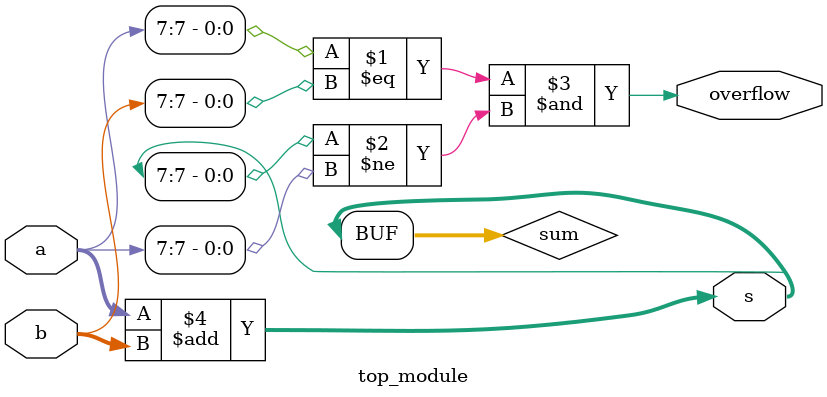
<source format=sv>
module top_module (
  input [7:0] a,
  input [7:0] b,
  output [7:0] s,
  output overflow
);

  wire [7:0] sum;
  
  assign s = sum[7:0];
  assign overflow = (a[7] == b[7]) & (s[7] != a[7]);
  
  // Adder
  assign sum = a + b;

endmodule

</source>
